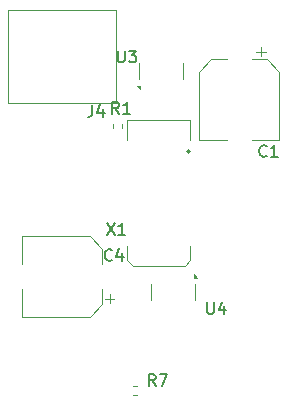
<source format=gbr>
%TF.GenerationSoftware,KiCad,Pcbnew,8.0.3*%
%TF.CreationDate,2024-07-01T18:30:19+03:00*%
%TF.ProjectId,Shield_Emergent_3,53686965-6c64-45f4-956d-657267656e74,rev?*%
%TF.SameCoordinates,Original*%
%TF.FileFunction,Legend,Top*%
%TF.FilePolarity,Positive*%
%FSLAX46Y46*%
G04 Gerber Fmt 4.6, Leading zero omitted, Abs format (unit mm)*
G04 Created by KiCad (PCBNEW 8.0.3) date 2024-07-01 18:30:19*
%MOMM*%
%LPD*%
G01*
G04 APERTURE LIST*
%ADD10C,0.150000*%
%ADD11C,0.120000*%
G04 APERTURE END LIST*
D10*
X10790476Y-18454819D02*
X11457142Y-19454819D01*
X11457142Y-18454819D02*
X10790476Y-19454819D01*
X12361904Y-19454819D02*
X11790476Y-19454819D01*
X12076190Y-19454819D02*
X12076190Y-18454819D01*
X12076190Y-18454819D02*
X11980952Y-18597676D01*
X11980952Y-18597676D02*
X11885714Y-18692914D01*
X11885714Y-18692914D02*
X11790476Y-18740533D01*
X9566666Y-8454819D02*
X9566666Y-9169104D01*
X9566666Y-9169104D02*
X9519047Y-9311961D01*
X9519047Y-9311961D02*
X9423809Y-9407200D01*
X9423809Y-9407200D02*
X9280952Y-9454819D01*
X9280952Y-9454819D02*
X9185714Y-9454819D01*
X10471428Y-8788152D02*
X10471428Y-9454819D01*
X10233333Y-8407200D02*
X9995238Y-9121485D01*
X9995238Y-9121485D02*
X10614285Y-9121485D01*
X11738095Y-3854819D02*
X11738095Y-4664342D01*
X11738095Y-4664342D02*
X11785714Y-4759580D01*
X11785714Y-4759580D02*
X11833333Y-4807200D01*
X11833333Y-4807200D02*
X11928571Y-4854819D01*
X11928571Y-4854819D02*
X12119047Y-4854819D01*
X12119047Y-4854819D02*
X12214285Y-4807200D01*
X12214285Y-4807200D02*
X12261904Y-4759580D01*
X12261904Y-4759580D02*
X12309523Y-4664342D01*
X12309523Y-4664342D02*
X12309523Y-3854819D01*
X12690476Y-3854819D02*
X13309523Y-3854819D01*
X13309523Y-3854819D02*
X12976190Y-4235771D01*
X12976190Y-4235771D02*
X13119047Y-4235771D01*
X13119047Y-4235771D02*
X13214285Y-4283390D01*
X13214285Y-4283390D02*
X13261904Y-4331009D01*
X13261904Y-4331009D02*
X13309523Y-4426247D01*
X13309523Y-4426247D02*
X13309523Y-4664342D01*
X13309523Y-4664342D02*
X13261904Y-4759580D01*
X13261904Y-4759580D02*
X13214285Y-4807200D01*
X13214285Y-4807200D02*
X13119047Y-4854819D01*
X13119047Y-4854819D02*
X12833333Y-4854819D01*
X12833333Y-4854819D02*
X12738095Y-4807200D01*
X12738095Y-4807200D02*
X12690476Y-4759580D01*
X19288095Y-25154819D02*
X19288095Y-25964342D01*
X19288095Y-25964342D02*
X19335714Y-26059580D01*
X19335714Y-26059580D02*
X19383333Y-26107200D01*
X19383333Y-26107200D02*
X19478571Y-26154819D01*
X19478571Y-26154819D02*
X19669047Y-26154819D01*
X19669047Y-26154819D02*
X19764285Y-26107200D01*
X19764285Y-26107200D02*
X19811904Y-26059580D01*
X19811904Y-26059580D02*
X19859523Y-25964342D01*
X19859523Y-25964342D02*
X19859523Y-25154819D01*
X20764285Y-25488152D02*
X20764285Y-26154819D01*
X20526190Y-25107200D02*
X20288095Y-25821485D01*
X20288095Y-25821485D02*
X20907142Y-25821485D01*
X11833333Y-9204819D02*
X11500000Y-8728628D01*
X11261905Y-9204819D02*
X11261905Y-8204819D01*
X11261905Y-8204819D02*
X11642857Y-8204819D01*
X11642857Y-8204819D02*
X11738095Y-8252438D01*
X11738095Y-8252438D02*
X11785714Y-8300057D01*
X11785714Y-8300057D02*
X11833333Y-8395295D01*
X11833333Y-8395295D02*
X11833333Y-8538152D01*
X11833333Y-8538152D02*
X11785714Y-8633390D01*
X11785714Y-8633390D02*
X11738095Y-8681009D01*
X11738095Y-8681009D02*
X11642857Y-8728628D01*
X11642857Y-8728628D02*
X11261905Y-8728628D01*
X12785714Y-9204819D02*
X12214286Y-9204819D01*
X12500000Y-9204819D02*
X12500000Y-8204819D01*
X12500000Y-8204819D02*
X12404762Y-8347676D01*
X12404762Y-8347676D02*
X12309524Y-8442914D01*
X12309524Y-8442914D02*
X12214286Y-8490533D01*
X11233333Y-21559580D02*
X11185714Y-21607200D01*
X11185714Y-21607200D02*
X11042857Y-21654819D01*
X11042857Y-21654819D02*
X10947619Y-21654819D01*
X10947619Y-21654819D02*
X10804762Y-21607200D01*
X10804762Y-21607200D02*
X10709524Y-21511961D01*
X10709524Y-21511961D02*
X10661905Y-21416723D01*
X10661905Y-21416723D02*
X10614286Y-21226247D01*
X10614286Y-21226247D02*
X10614286Y-21083390D01*
X10614286Y-21083390D02*
X10661905Y-20892914D01*
X10661905Y-20892914D02*
X10709524Y-20797676D01*
X10709524Y-20797676D02*
X10804762Y-20702438D01*
X10804762Y-20702438D02*
X10947619Y-20654819D01*
X10947619Y-20654819D02*
X11042857Y-20654819D01*
X11042857Y-20654819D02*
X11185714Y-20702438D01*
X11185714Y-20702438D02*
X11233333Y-20750057D01*
X12090476Y-20988152D02*
X12090476Y-21654819D01*
X11852381Y-20607200D02*
X11614286Y-21321485D01*
X11614286Y-21321485D02*
X12233333Y-21321485D01*
X14933333Y-32254819D02*
X14600000Y-31778628D01*
X14361905Y-32254819D02*
X14361905Y-31254819D01*
X14361905Y-31254819D02*
X14742857Y-31254819D01*
X14742857Y-31254819D02*
X14838095Y-31302438D01*
X14838095Y-31302438D02*
X14885714Y-31350057D01*
X14885714Y-31350057D02*
X14933333Y-31445295D01*
X14933333Y-31445295D02*
X14933333Y-31588152D01*
X14933333Y-31588152D02*
X14885714Y-31683390D01*
X14885714Y-31683390D02*
X14838095Y-31731009D01*
X14838095Y-31731009D02*
X14742857Y-31778628D01*
X14742857Y-31778628D02*
X14361905Y-31778628D01*
X15266667Y-31254819D02*
X15933333Y-31254819D01*
X15933333Y-31254819D02*
X15504762Y-32254819D01*
X24333333Y-12759580D02*
X24285714Y-12807200D01*
X24285714Y-12807200D02*
X24142857Y-12854819D01*
X24142857Y-12854819D02*
X24047619Y-12854819D01*
X24047619Y-12854819D02*
X23904762Y-12807200D01*
X23904762Y-12807200D02*
X23809524Y-12711961D01*
X23809524Y-12711961D02*
X23761905Y-12616723D01*
X23761905Y-12616723D02*
X23714286Y-12426247D01*
X23714286Y-12426247D02*
X23714286Y-12283390D01*
X23714286Y-12283390D02*
X23761905Y-12092914D01*
X23761905Y-12092914D02*
X23809524Y-11997676D01*
X23809524Y-11997676D02*
X23904762Y-11902438D01*
X23904762Y-11902438D02*
X24047619Y-11854819D01*
X24047619Y-11854819D02*
X24142857Y-11854819D01*
X24142857Y-11854819D02*
X24285714Y-11902438D01*
X24285714Y-11902438D02*
X24333333Y-11950057D01*
X25285714Y-12854819D02*
X24714286Y-12854819D01*
X25000000Y-12854819D02*
X25000000Y-11854819D01*
X25000000Y-11854819D02*
X24904762Y-11997676D01*
X24904762Y-11997676D02*
X24809524Y-12092914D01*
X24809524Y-12092914D02*
X24714286Y-12140533D01*
D11*
%TO.C,X1*%
X12550000Y-9750000D02*
X12550000Y-11400000D01*
X12550000Y-20400000D02*
X12550000Y-21600000D01*
X12550000Y-21600000D02*
X13000000Y-22050000D01*
X17400000Y-22050000D02*
X13000000Y-22050000D01*
X17850000Y-9750000D02*
X12550000Y-9750000D01*
X17850000Y-9750000D02*
X17850000Y-11400000D01*
X17850000Y-20400000D02*
X17850000Y-21600000D01*
X17850000Y-21600000D02*
X17400000Y-22050000D01*
D10*
X17811803Y-12400000D02*
G75*
G02*
X17588197Y-12400000I-111803J0D01*
G01*
X17588197Y-12400000D02*
G75*
G02*
X17811803Y-12400000I111803J0D01*
G01*
D11*
%TO.C,J4*%
X2400000Y-400000D02*
X2400000Y-8300000D01*
X2400000Y-8300000D02*
X11600000Y-8300000D01*
X11600000Y-400000D02*
X2400000Y-400000D01*
X11600000Y-8300000D02*
X11600000Y-400000D01*
%TO.C,U3*%
X13540000Y-6275000D02*
X13540000Y-4925000D01*
X17260000Y-6275000D02*
X17260000Y-4925000D01*
X13630000Y-7100000D02*
X13350000Y-6820000D01*
X13630000Y-6820000D01*
X13630000Y-7100000D01*
G36*
X13630000Y-7100000D02*
G01*
X13350000Y-6820000D01*
X13630000Y-6820000D01*
X13630000Y-7100000D01*
G37*
%TO.C,U4*%
X14540000Y-23625000D02*
X14540000Y-24975000D01*
X18260000Y-23625000D02*
X18260000Y-24975000D01*
X18450000Y-23080000D02*
X18170000Y-23080000D01*
X18170000Y-22800000D01*
X18450000Y-23080000D01*
G36*
X18450000Y-23080000D02*
G01*
X18170000Y-23080000D01*
X18170000Y-22800000D01*
X18450000Y-23080000D01*
G37*
%TO.C,R1*%
X11320000Y-10403641D02*
X11320000Y-10096359D01*
X12080000Y-10403641D02*
X12080000Y-10096359D01*
%TO.C,C4*%
X3590000Y-19590000D02*
X3590000Y-21940000D01*
X3590000Y-26410000D02*
X3590000Y-24060000D01*
X9345563Y-19590000D02*
X3590000Y-19590000D01*
X9345563Y-26410000D02*
X3590000Y-26410000D01*
X10410000Y-20654437D02*
X9345563Y-19590000D01*
X10410000Y-20654437D02*
X10410000Y-21940000D01*
X10410000Y-25345563D02*
X9345563Y-26410000D01*
X10410000Y-25345563D02*
X10410000Y-24060000D01*
X11043750Y-25241250D02*
X11043750Y-24453750D01*
X11437500Y-24847500D02*
X10650000Y-24847500D01*
%TO.C,R7*%
X13046359Y-32220000D02*
X13353641Y-32220000D01*
X13046359Y-32980000D02*
X13353641Y-32980000D01*
%TO.C,C1*%
X18590000Y-5654437D02*
X18590000Y-11410000D01*
X18590000Y-11410000D02*
X20940000Y-11410000D01*
X19654437Y-4590000D02*
X18590000Y-5654437D01*
X19654437Y-4590000D02*
X20940000Y-4590000D01*
X23847500Y-3562500D02*
X23847500Y-4350000D01*
X24241250Y-3956250D02*
X23453750Y-3956250D01*
X24345563Y-4590000D02*
X23060000Y-4590000D01*
X24345563Y-4590000D02*
X25410000Y-5654437D01*
X25410000Y-5654437D02*
X25410000Y-11410000D01*
X25410000Y-11410000D02*
X23060000Y-11410000D01*
%TD*%
M02*

</source>
